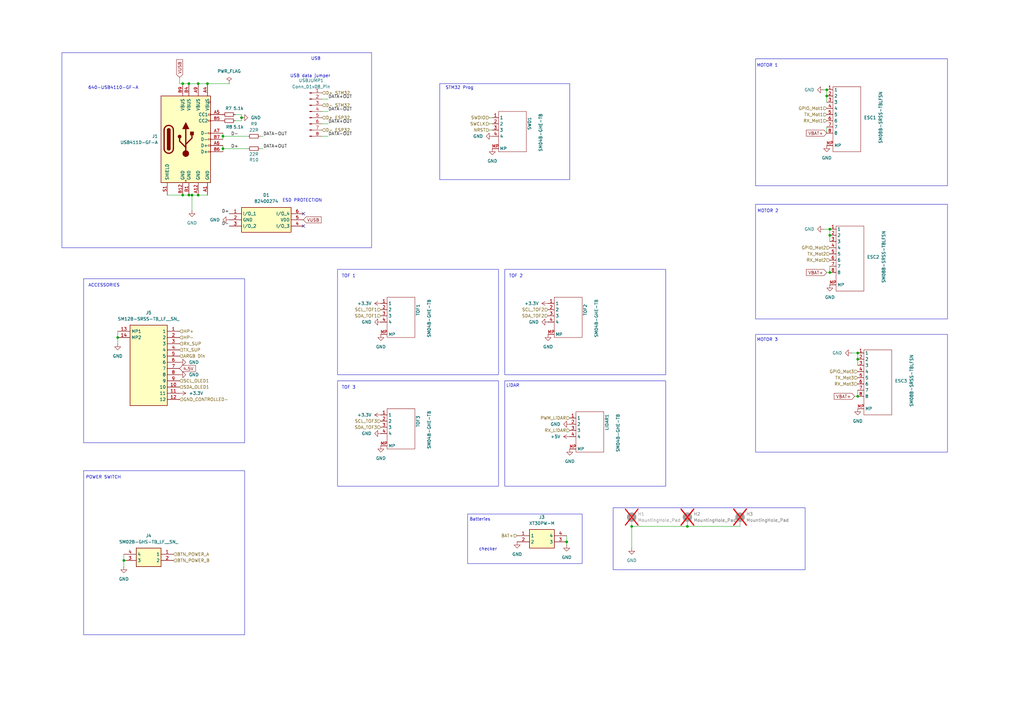
<source format=kicad_sch>
(kicad_sch (version 20250114) (generator "eeschema") (generator_version "9.0")
  (paper "A3")
  (lib_symbols
    (symbol "Connector:Conn_01x08_Pin" (pin_names (offset 1.016) (hide yes))
      (property "Reference" "J" (at 0 10.16 0))
      (property "Value" "Conn_01x08_Pin" (at 0 -12.7 0))
      (symbol "Conn_01x08_Pin_1_1"
        (rectangle (start 0.8636 7.747) (end 0 7.493) (stroke (width 0.1524)) (fill (type outline)))
        (rectangle (start 0.8636 5.207) (end 0 4.953) (stroke (width 0.1524)) (fill (type outline)))
        (rectangle (start 0.8636 2.667) (end 0 2.413) (stroke (width 0.1524)) (fill (type outline)))
        (rectangle (start 0.8636 0.127) (end 0 -0.127) (stroke (width 0.1524)) (fill (type outline)))
        (rectangle (start 0.8636 -2.413) (end 0 -2.667) (stroke (width 0.1524)) (fill (type outline)))
        (rectangle (start 0.8636 -4.953) (end 0 -5.207) (stroke (width 0.1524)) (fill (type outline)))
        (rectangle (start 0.8636 -7.493) (end 0 -7.747) (stroke (width 0.1524)) (fill (type outline)))
        (rectangle (start 0.8636 -10.033) (end 0 -10.287) (stroke (width 0.1524)) (fill (type outline)))
        (polyline (pts (xy 1.27 7.62) (xy 0.8636 7.62)) (stroke (width 0.1524)))
        (polyline (pts (xy 1.27 5.08) (xy 0.8636 5.08)) (stroke (width 0.1524)))
        (polyline (pts (xy 1.27 2.54) (xy 0.8636 2.54)) (stroke (width 0.1524)))
        (polyline (pts (xy 1.27 0) (xy 0.8636 0)) (stroke (width 0.1524)))
        (polyline (pts (xy 1.27 -2.54) (xy 0.8636 -2.54)) (stroke (width 0.1524)))
        (polyline (pts (xy 1.27 -5.08) (xy 0.8636 -5.08)) (stroke (width 0.1524)))
        (polyline (pts (xy 1.27 -7.62) (xy 0.8636 -7.62)) (stroke (width 0.1524)))
        (polyline (pts (xy 1.27 -10.16) (xy 0.8636 -10.16)) (stroke (width 0.1524)))
        (pin passive line (at 5.08 7.62 180) (length 3.81) (name "Pin_1") (number "1"))
        (pin passive line (at 5.08 5.08 180) (length 3.81) (name "Pin_2") (number "2"))
        (pin passive line (at 5.08 2.54 180) (length 3.81) (name "Pin_3") (number "3"))
        (pin passive line (at 5.08 0 180) (length 3.81) (name "Pin_4") (number "4"))
        (pin passive line (at 5.08 -2.54 180) (length 3.81) (name "Pin_5") (number "5"))
        (pin passive line (at 5.08 -5.08 180) (length 3.81) (name "Pin_6") (number "6"))
        (pin passive line (at 5.08 -7.62 180) (length 3.81) (name "Pin_7") (number "7"))
        (pin passive line (at 5.08 -10.16 180) (length 3.81) (name "Pin_8") (number "8"))
      )
    )
    (symbol "Device:R_Small" (pin_numbers (hide yes)) (pin_names (offset 0.254) (hide yes))
      (property "Reference" "R" (at 0.762 0.508 0))
      (property "Value" "R_Small" (at 0.762 -1.016 0))
      (symbol "R_Small_0_1"
        (rectangle (start -0.762 1.778) (end 0.762 -1.778) (stroke (width 0.2032)))
      )
      (symbol "R_Small_1_1"
        (pin passive line (at 0 2.54 270) (length 0.762) (name "~") (number "1"))
        (pin passive line (at 0 -2.54 90) (length 0.762) (name "~") (number "2"))
      )
    )
    (symbol "Mechanical:MountingHole_Pad" (pin_numbers (hide yes)) (pin_names (offset 1.016) (hide yes)) (in_bom no)
      (property "Reference" "H" (at 0 6.35 0))
      (property "Value" "MountingHole_Pad" (at 0 4.445 0))
      (symbol "MountingHole_Pad_0_1"
        (circle (center 0 1.27) (radius 1.27) (stroke (width 1.27)))
      )
      (symbol "MountingHole_Pad_1_1"
        (pin input line (at 0 -2.54 90) (length 2.54) (name "1") (number "1"))
      )
    )
    (symbol "Vraielogousbcwurth:USB_C_Receptacle_USB2.0_14P" (pin_names (offset 1.016))
      (property "Reference" "J" (at 0.254 31.242 0))
      (property "Value" "USB_C_Receptacle_USB2.0_14P" (at 1.27 33.782 0))
      (symbol "USB_C_Receptacle_USB2.0_14P_0_0"
        (rectangle (start -0.254 -17.78) (end 0.254 -16.764))
        (rectangle (start 10.16 15.494) (end 9.144 14.986))
        (rectangle (start 10.16 10.414) (end 9.144 9.906))
        (rectangle (start 10.16 7.874) (end 9.144 7.366))
        (rectangle (start 10.16 2.794) (end 9.144 2.286))
        (rectangle (start 10.16 0.254) (end 9.144 -0.254))
        (rectangle (start 10.16 -2.286) (end 9.144 -2.794))
        (rectangle (start 10.16 -4.826) (end 9.144 -5.334))
      )
      (symbol "USB_C_Receptacle_USB2.0_14P_0_1"
        (rectangle (start -10.16 17.78) (end 10.16 -17.78) (stroke (width 0.254)) (fill (type background)))
        (polyline (pts (xy -8.89 -3.81) (xy -8.89 3.81)) (stroke (width 0.508)))
        (rectangle (start -7.62 -3.81) (end -6.35 3.81) (stroke (width 0.254)) (fill (type outline)))
        (arc (start -7.62 3.81) (mid -6.985 4.4423) (end -6.35 3.81) (stroke (width 0.254)))
        (arc (start -7.62 3.81) (mid -6.985 4.4423) (end -6.35 3.81) (stroke (width 0.254)) (fill (type outline)))
        (arc (start -8.89 3.81) (mid -6.985 5.7067) (end -5.08 3.81) (stroke (width 0.508)))
        (arc (start -5.08 -3.81) (mid -6.985 -5.7067) (end -8.89 -3.81) (stroke (width 0.508)))
        (arc (start -6.35 -3.81) (mid -6.985 -4.4423) (end -7.62 -3.81) (stroke (width 0.254)))
        (arc (start -6.35 -3.81) (mid -6.985 -4.4423) (end -7.62 -3.81) (stroke (width 0.254)) (fill (type outline)))
        (polyline (pts (xy -5.08 3.81) (xy -5.08 -3.81)) (stroke (width 0.508)))
        (circle (center -2.54 1.143) (radius 0.635) (stroke (width 0.254)) (fill (type outline)))
        (polyline (pts (xy -1.27 4.318) (xy 0 6.858) (xy 1.27 4.318) (xy -1.27 4.318)) (stroke (width 0.254)) (fill (type outline)))
        (polyline (pts (xy 0 -2.032) (xy 2.54 0.508) (xy 2.54 1.778)) (stroke (width 0.508)))
        (polyline (pts (xy 0 -3.302) (xy -2.54 -0.762) (xy -2.54 0.508)) (stroke (width 0.508)))
        (polyline (pts (xy 0 -5.842) (xy 0 4.318)) (stroke (width 0.508)))
        (circle (center 0 -5.842) (radius 1.27) (fill (type outline)))
        (rectangle (start 1.905 1.778) (end 3.175 3.048) (stroke (width 0.254)) (fill (type outline)))
      )
      (symbol "USB_C_Receptacle_USB2.0_14P_1_1"
        (pin passive line (at -7.62 -22.86 90) (length 5.08) (name "SHIELD") (number "S1"))
        (pin passive line (at -1.27 22.86 270) (length 5.08) (name "VBUS") (number "B9"))
        (pin passive line (at -1.27 -22.86 90) (length 5.08) (name "GND") (number "B12"))
        (pin passive line (at 1.27 22.86 270) (length 5.08) (name "VBUS") (number "B4"))
        (pin passive line (at 1.27 -22.86 90) (length 5.08) (name "GND") (number "B1"))
        (pin passive line (at 5.08 22.86 270) (length 5.08) (name "VBUS") (number "A9"))
        (pin passive line (at 5.08 -22.86 90) (length 5.08) (name "GND") (number "A12"))
        (pin passive line (at 8.89 22.86 270) (length 5.08) (name "VBUS") (number "A4"))
        (pin passive line (at 8.89 -22.86 90) (length 5.08) (name "GND") (number "A1"))
        (pin bidirectional line (at 15.24 10.16 180) (length 5.08) (name "CC1") (number "A5"))
        (pin bidirectional line (at 15.24 7.62 180) (length 5.08) (name "CC2") (number "B5"))
        (pin bidirectional line (at 15.24 2.54 180) (length 5.08) (name "D-") (number "A7"))
        (pin bidirectional line (at 15.24 0 180) (length 5.08) (name "D-") (number "B7"))
        (pin bidirectional line (at 15.24 -2.54 180) (length 5.08) (name "D+") (number "A6"))
        (pin bidirectional line (at 15.24 -5.08 180) (length 5.08) (name "D+") (number "B6"))
      )
    )
    (symbol "fc_h7:jst_4_pin"
      (property "Reference" "U" (at 0 0 0))
      (symbol "jst_4_pin_0_1"
        (rectangle (start -6.35 2.54) (end 5.08 -13.97))
      )
      (symbol "jst_4_pin_1_1"
        (pin free line (at -8.89 0 0) (length 2.54) (name "1") (number "1"))
        (pin free line (at -8.89 -2.54 0) (length 2.54) (name "2") (number "2"))
        (pin free line (at -8.89 -5.08 0) (length 2.54) (name "3") (number "3"))
        (pin free line (at -8.89 -7.62 0) (length 2.54) (name "4") (number "4"))
        (pin free line (at -8.89 -12.7 0) (length 2.54) (name "MP") (number "MP"))
      )
    )
    (symbol "fc_h7:jst_8_pin"
      (property "Reference" "U" (at 0 0 0))
      (symbol "jst_8_pin_0_1"
        (rectangle (start -6.35 7.62) (end 5.08 -19.05))
      )
      (symbol "jst_8_pin_1_1"
        (pin free line (at -8.89 6.35 0) (length 2.54) (name "1") (number "1"))
        (pin free line (at -8.89 3.81 0) (length 2.54) (name "2") (number "2"))
        (pin free line (at -8.89 1.27 0) (length 2.54) (name "3") (number "3"))
        (pin free line (at -8.89 -1.27 0) (length 2.54) (name "4") (number "4"))
        (pin free line (at -8.89 -3.81 0) (length 2.54) (name "5") (number "5"))
        (pin free line (at -8.89 -6.35 0) (length 2.54) (name "6") (number "6"))
        (pin free line (at -8.89 -8.89 0) (length 2.54) (name "7") (number "7"))
        (pin free line (at -8.89 -11.43 0) (length 2.54) (name "8") (number "8"))
        (pin free line (at -8.89 -16.51 0) (length 2.54) (name "MP") (number "MP"))
      )
    )
    (symbol "power:+3.3V" (power) (pin_numbers (hide yes)) (pin_names (offset 0) (hide yes))
      (property "Value" "+3.3V" (at 0 3.556 0))
      (symbol "+3.3V_0_1"
        (polyline (pts (xy -0.762 1.27) (xy 0 2.54)))
        (polyline (pts (xy 0 2.54) (xy 0.762 1.27)))
        (polyline (pts (xy 0 0) (xy 0 2.54)))
      )
      (symbol "+3.3V_1_1"
        (pin power_in line (at 0 0 90) (length 0) (name "~") (number "1"))
      )
    )
    (symbol "power:+5V" (power) (pin_numbers (hide yes)) (pin_names (offset 0) (hide yes))
      (property "Value" "+5V" (at 0 3.556 0))
      (symbol "+5V_0_1"
        (polyline (pts (xy -0.762 1.27) (xy 0 2.54)))
        (polyline (pts (xy 0 2.54) (xy 0.762 1.27)))
        (polyline (pts (xy 0 0) (xy 0 2.54)))
      )
      (symbol "+5V_1_1"
        (pin power_in line (at 0 0 90) (length 0) (name "~") (number "1"))
      )
    )
    (symbol "power:GND" (power) (pin_numbers (hide yes)) (pin_names (offset 0) (hide yes))
      (property "Value" "GND" (at 0 -3.81 0))
      (symbol "GND_0_1"
        (polyline (pts (xy 0 0) (xy 0 -1.27) (xy 1.27 -1.27) (xy 0 -2.54) (xy -1.27 -1.27) (xy 0 -1.27)))
      )
      (symbol "GND_1_1"
        (pin power_in line (at 0 0 270) (length 0) (name "~") (number "1"))
      )
    )
    (symbol "power:PWR_FLAG" (power) (pin_numbers (hide yes)) (pin_names (offset 0) (hide yes))
      (property "Value" "PWR_FLAG" (at 0 3.81 0))
      (symbol "PWR_FLAG_0_0"
        (pin power_out line (at 0 0 90) (length 0) (name "~") (number "1"))
      )
      (symbol "PWR_FLAG_0_1"
        (polyline (pts (xy 0 0) (xy 0 1.27) (xy -1.016 1.905) (xy 0 2.54) (xy 1.016 1.905) (xy 0 1.27)))
      )
    )
    (symbol "samacsys:82400274"
      (property "Reference" "D" (at 26.67 7.62 0))
      (property "Value" "82400274" (at 26.67 5.08 0))
      (symbol "82400274_1_1"
        (rectangle (start 5.08 2.54) (end 25.4 -7.62) (stroke (width 0.254)) (fill (type background)))
        (pin passive line (at 0 0 0) (length 5.08) (name "I/O_1") (number "1"))
        (pin passive line (at 0 -2.54 0) (length 5.08) (name "GND") (number "2"))
        (pin passive line (at 0 -5.08 0) (length 5.08) (name "I/O_2") (number "3"))
        (pin passive line (at 30.48 0 180) (length 5.08) (name "I/O_4") (number "6"))
        (pin passive line (at 30.48 -2.54 180) (length 5.08) (name "VDD") (number "5"))
        (pin passive line (at 30.48 -5.08 180) (length 5.08) (name "I/O_3") (number "4"))
      )
    )
    (symbol "samacsys:SM02B-GHS-TB_LF__SN_"
      (property "Reference" "J" (at 16.51 7.62 0))
      (property "Value" "SM02B-GHS-TB_LF__SN_" (at 16.51 5.08 0))
      (symbol "SM02B-GHS-TB_LF__SN__1_1"
        (rectangle (start 5.08 2.54) (end 15.24 -5.08) (stroke (width 0.254)) (fill (type background)))
        (pin passive line (at 0 0 0) (length 5.08) (name "4") (number "4"))
        (pin passive line (at 0 -2.54 0) (length 5.08) (name "3") (number "3"))
        (pin passive line (at 20.32 0 180) (length 5.08) (name "1") (number "1"))
        (pin passive line (at 20.32 -2.54 180) (length 5.08) (name "2") (number "2"))
      )
    )
    (symbol "samacsys:SM12B-SRSS-TB_LF__SN_"
      (property "Reference" "J" (at 21.59 7.62 0))
      (property "Value" "SM12B-SRSS-TB_LF__SN_" (at 21.59 5.08 0))
      (symbol "SM12B-SRSS-TB_LF__SN__1_1"
        (rectangle (start 5.08 2.54) (end 20.32 -30.48) (stroke (width 0.254)) (fill (type background)))
        (pin passive line (at 0 0 0) (length 5.08) (name "MP1") (number "13"))
        (pin passive line (at 0 -2.54 0) (length 5.08) (name "MP2") (number "14"))
        (pin passive line (at 25.4 0 180) (length 5.08) (name "1") (number "1"))
        (pin passive line (at 25.4 -2.54 180) (length 5.08) (name "2") (number "2"))
        (pin passive line (at 25.4 -5.08 180) (length 5.08) (name "3") (number "3"))
        (pin passive line (at 25.4 -7.62 180) (length 5.08) (name "4") (number "4"))
        (pin passive line (at 25.4 -10.16 180) (length 5.08) (name "5") (number "5"))
        (pin passive line (at 25.4 -12.7 180) (length 5.08) (name "6") (number "6"))
        (pin passive line (at 25.4 -15.24 180) (length 5.08) (name "7") (number "7"))
        (pin passive line (at 25.4 -17.78 180) (length 5.08) (name "8") (number "8"))
        (pin passive line (at 25.4 -20.32 180) (length 5.08) (name "9") (number "9"))
        (pin passive line (at 25.4 -22.86 180) (length 5.08) (name "10") (number "10"))
        (pin passive line (at 25.4 -25.4 180) (length 5.08) (name "11") (number "11"))
        (pin passive line (at 25.4 -27.94 180) (length 5.08) (name "12") (number "12"))
      )
    )
    (symbol "samacsys:XT30PW-M"
      (property "Reference" "J" (at 16.51 7.62 0))
      (property "Value" "XT30PW-M" (at 16.51 5.08 0))
      (symbol "XT30PW-M_1_1"
        (rectangle (start 5.08 2.54) (end 15.24 -5.08) (stroke (width 0.254)) (fill (type background)))
        (pin passive line (at 0 0 0) (length 5.08) (name "1") (number "1"))
        (pin passive line (at 0 -2.54 0) (length 5.08) (name "2") (number "2"))
        (pin passive line (at 20.32 0 180) (length 5.08) (name "4") (number "4"))
        (pin passive line (at 20.32 -2.54 180) (length 5.08) (name "3") (number "3"))
      )
    )
  )
  (rectangle (start 309.88 24.13) (end 388.62 76.2))
  (rectangle (start 138.43 156.21) (end 204.47 199.39))
  (rectangle (start 207.01 156.21) (end 273.05 199.39))
  (rectangle (start 34.29 114.3) (end 100.33 181.61))
  (rectangle (start 309.88 83.82) (end 388.62 130.81))
  (rectangle (start 207.01 110.49) (end 273.05 153.67))
  (rectangle (start 138.43 110.49) (end 204.47 153.67))
  (rectangle (start 25.4 21.59) (end 152.4 101.6))
  (rectangle (start 309.88 137.16) (end 388.62 185.42))
  (rectangle (start 180.34 34.29) (end 233.68 73.66))
  (rectangle (start 251.46 208.28) (end 330.2 233.68))
  (rectangle (start 34.29 193.04) (end 100.33 260.35))
  (rectangle (start 191.77 210.82) (end 238.76 231.14))
  (text "Batteries" (at 196.85 213.106 0) (effects (font (size 1.27 1.27))))
  (text "TOF 2" (at 211.582 113.284 0) (effects (font (size 1.27 1.27))))
  (text "POWER SWITCH\n" (at 42.418 195.834 0) (effects (font (size 1.27 1.27))))
  (text "LiDAR" (at 210.312 158.242 0) (effects (font (size 1.27 1.27))))
  (text "ACCESSORIES" (at 42.672 117.094 0) (effects (font (size 1.27 1.27))))
  (text "checker\n" (at 200.152 225.298 0) (effects (font (size 1.27 1.27))))
  (text "USB data jumper" (at 127.254 31.242 0) (effects (font (size 1.27 1.27))))
  (text "MOTOR 2\n" (at 314.96 86.614 0) (effects (font (size 1.27 1.27))))
  (text "MOTOR 3" (at 314.706 139.446 0) (effects (font (size 1.27 1.27))))
  (text "TOF 1" (at 143.002 113.284 0) (effects (font (size 1.27 1.27))))
  (text "640-USB4110-GF-A" (at 46.482 36.068 0) (effects (font (size 1.27 1.27))))
  (text "TOF 3" (at 143.002 159.004 0) (effects (font (size 1.27 1.27))))
  (text "STM32 Prog" (at 188.468 36.068 0) (effects (font (size 1.27 1.27))))
  (text "USB" (at 129.54 24.13 0) (effects (font (size 1.27 1.27))))
  (text "MOTOR 1" (at 314.706 26.924 0) (effects (font (size 1.27 1.27))))
  (text "ESD PROTECTION" (at 123.952 82.296 0) (effects (font (size 1.27 1.27))))
  (junction (at 340.36 93.98))
  (junction (at 259.08 215.9))
  (junction (at 48.26 138.43))
  (junction (at 81.28 34.29))
  (junction (at 78.74 80.01))
  (junction (at 351.79 147.32))
  (junction (at 77.47 80.01))
  (junction (at 50.8 229.87))
  (junction (at 351.79 162.56))
  (junction (at 91.44 60.96))
  (junction (at 232.41 222.25))
  (junction (at 351.79 144.78))
  (junction (at 85.09 34.29))
  (junction (at 81.28 80.01))
  (junction (at 340.36 96.52))
  (junction (at 339.09 39.37))
  (junction (at 74.93 34.29))
  (junction (at 340.36 111.76))
  (junction (at 77.47 34.29))
  (junction (at 281.94 215.9))
  (junction (at 74.93 80.01))
  (junction (at 91.44 55.88))
  (junction (at 339.09 36.83))
  (junction (at 99.06 48.26))
  (no_connect (at 124.46 92.71))
  (no_connect (at 124.46 87.63))
  (wire (pts (xy 200.66 53.34) (xy 201.93 53.34)))
  (wire (pts (xy 337.82 36.83) (xy 339.09 36.83)))
  (wire (pts (xy 48.26 138.43) (xy 48.26 140.97)))
  (wire (pts (xy 50.8 229.87) (xy 50.8 232.41)))
  (wire (pts (xy 232.41 222.25) (xy 232.41 223.52)))
  (wire (pts (xy 232.41 219.71) (xy 232.41 222.25)))
  (wire (pts (xy 351.79 144.78) (xy 351.79 147.32)))
  (wire (pts (xy 337.82 93.98) (xy 340.36 93.98)))
  (wire (pts (xy 99.06 46.99) (xy 99.06 48.26)))
  (wire (pts (xy 81.28 80.01) (xy 85.09 80.01)))
  (wire (pts (xy 339.09 39.37) (xy 339.09 41.91)))
  (wire (pts (xy 74.93 80.01) (xy 77.47 80.01)))
  (wire (pts (xy 73.66 31.75) (xy 73.66 34.29)))
  (wire (pts (xy 50.8 227.33) (xy 50.8 229.87)))
  (wire (pts (xy 134.62 40.64) (xy 132.08 40.64)))
  (wire (pts (xy 91.44 60.96) (xy 101.6 60.96)))
  (wire (pts (xy 351.79 160.02) (xy 351.79 162.56)))
  (wire (pts (xy 91.44 60.96) (xy 91.44 62.23)))
  (wire (pts (xy 350.52 162.56) (xy 351.79 162.56)))
  (wire (pts (xy 77.47 34.29) (xy 81.28 34.29)))
  (wire (pts (xy 351.79 147.32) (xy 351.79 149.86)))
  (wire (pts (xy 134.62 50.8) (xy 132.08 50.8)))
  (wire (pts (xy 91.44 55.88) (xy 101.6 55.88)))
  (wire (pts (xy 339.09 111.76) (xy 340.36 111.76)))
  (wire (pts (xy 73.66 34.29) (xy 74.93 34.29)))
  (wire (pts (xy 281.94 215.9) (xy 259.08 215.9)))
  (wire (pts (xy 134.62 55.88) (xy 132.08 55.88)))
  (wire (pts (xy 81.28 34.29) (xy 85.09 34.29)))
  (wire (pts (xy 340.36 109.22) (xy 340.36 111.76)))
  (wire (pts (xy 85.09 34.29) (xy 93.98 34.29)))
  (wire (pts (xy 96.52 46.99) (xy 99.06 46.99)))
  (wire (pts (xy 339.09 52.07) (xy 339.09 54.61)))
  (wire (pts (xy 303.53 215.9) (xy 281.94 215.9)))
  (wire (pts (xy 340.36 93.98) (xy 340.36 96.52)))
  (wire (pts (xy 91.44 55.88) (xy 91.44 57.15)))
  (wire (pts (xy 78.74 80.01) (xy 78.74 86.36)))
  (wire (pts (xy 48.26 135.89) (xy 48.26 138.43)))
  (wire (pts (xy 91.44 59.69) (xy 91.44 60.96)))
  (wire (pts (xy 200.66 50.8) (xy 201.93 50.8)))
  (wire (pts (xy 68.58 80.01) (xy 74.93 80.01)))
  (wire (pts (xy 339.09 36.83) (xy 339.09 39.37)))
  (wire (pts (xy 99.06 49.53) (xy 99.06 48.26)))
  (wire (pts (xy 340.36 96.52) (xy 340.36 99.06)))
  (wire (pts (xy 78.74 80.01) (xy 81.28 80.01)))
  (wire (pts (xy 107.95 55.88) (xy 106.68 55.88)))
  (wire (pts (xy 200.66 48.26) (xy 201.93 48.26)))
  (wire (pts (xy 77.47 80.01) (xy 78.74 80.01)))
  (wire (pts (xy 259.08 215.9) (xy 259.08 224.79)))
  (wire (pts (xy 134.62 45.72) (xy 132.08 45.72)))
  (wire (pts (xy 74.93 34.29) (xy 77.47 34.29)))
  (wire (pts (xy 107.95 60.96) (xy 106.68 60.96)))
  (wire (pts (xy 349.25 144.78) (xy 351.79 144.78)))
  (wire (pts (xy 96.52 49.53) (xy 99.06 49.53)))
  (wire (pts (xy 91.44 54.61) (xy 91.44 55.88)))
  (label "DATA-OUT" (at 107.95 55.88 0))
  (label "DATA+OUT" (at 134.62 50.8 0))
  (label "DATA-OUT" (at 134.62 55.88 0))
  (label "D+" (at 97.79 60.96 180))
  (label "D+" (at 93.98 87.63 180))
  (label "DATA+OUT" (at 134.62 40.64 0))
  (label "DATA+OUT" (at 107.95 60.96 0))
  (label "D-" (at 93.98 92.71 180))
  (label "DATA-OUT" (at 134.62 45.72 0))
  (label "D-" (at 97.79 55.88 180))
  (global_label "VUSB" (shape input) (at 73.66 31.75 90) (property "Intersheetrefs" "${INTERSHEET_REFS}" (effects (hide yes))))
  (global_label "VBAT+" (shape input) (at 339.09 111.76 180) (property "Intersheetrefs" "${INTERSHEET_REFS}" (effects (hide yes))))
  (global_label "4.5V" (shape input) (at 73.66 151.13 0) (property "Intersheetrefs" "${INTERSHEET_REFS}" (effects (hide yes))))
  (global_label "VBAT+" (shape input) (at 339.09 54.61 180) (property "Intersheetrefs" "${INTERSHEET_REFS}" (effects (hide yes))))
  (global_label "VUSB" (shape input) (at 124.46 90.17 0) (property "Intersheetrefs" "${INTERSHEET_REFS}" (effects (hide yes))))
  (global_label "VBAT+" (shape input) (at 350.52 162.56 180) (property "Intersheetrefs" "${INTERSHEET_REFS}" (effects (hide yes))))
  (hierarchical_label "RX_SUP" (shape input) (at 73.66 140.97 0))
  (hierarchical_label "SWCLK" (shape input) (at 200.66 50.8 180))
  (hierarchical_label "GPIO_Mot1" (shape input) (at 339.09 44.45 180))
  (hierarchical_label "SCL_OLED1" (shape input) (at 73.66 156.21 0))
  (hierarchical_label "GPIO_Mot2" (shape input) (at 340.36 101.6 180))
  (hierarchical_label "PWM_LiDAR" (shape input) (at 233.68 171.45 180))
  (hierarchical_label "SCL_TOF1" (shape input) (at 156.21 127 180))
  (hierarchical_label "SDA_TOF2" (shape input) (at 224.79 129.54 180))
  (hierarchical_label "D+ STM32" (shape input) (at 132.08 38.1 0))
  (hierarchical_label "BTN_POWER_A" (shape input) (at 71.12 227.33 0))
  (hierarchical_label "SCL_TOF2" (shape input) (at 224.79 127 180))
  (hierarchical_label "D+ ESP32" (shape input) (at 132.08 48.26 0))
  (hierarchical_label "SWDIO" (shape input) (at 200.66 48.26 180))
  (hierarchical_label "HP+" (shape input) (at 73.66 135.89 0))
  (hierarchical_label "RX_Mot3" (shape input) (at 351.79 157.48 180))
  (hierarchical_label "RX_Mot1" (shape input) (at 339.09 49.53 180))
  (hierarchical_label "SDA_TOF1" (shape input) (at 156.21 129.54 180))
  (hierarchical_label "NRST" (shape input) (at 200.66 53.34 180))
  (hierarchical_label "GND_CONTROLLED-" (shape input) (at 73.66 163.83 0))
  (hierarchical_label "RX_LiDAR" (shape input) (at 233.68 176.53 180))
  (hierarchical_label "ARGB Din" (shape input) (at 73.66 146.05 0))
  (hierarchical_label "D- ESP32" (shape input) (at 132.08 53.34 0))
  (hierarchical_label "BAT+" (shape input) (at 212.09 219.71 180))
  (hierarchical_label "GPIO_Mot3" (shape input) (at 351.79 152.4 180))
  (hierarchical_label "RX_Mot2" (shape input) (at 340.36 106.68 180))
  (hierarchical_label "TX_Mot2" (shape input) (at 340.36 104.14 180))
  (hierarchical_label "D- STM32" (shape input) (at 132.08 43.18 0))
  (hierarchical_label "SDA_OLED1" (shape input) (at 73.66 158.75 0))
  (hierarchical_label "HP-" (shape input) (at 73.66 138.43 0))
  (hierarchical_label "TX_Mot3" (shape input) (at 351.79 154.94 180))
  (hierarchical_label "TX_SUP" (shape input) (at 73.66 143.51 0))
  (hierarchical_label "SDA_TOF3" (shape input) (at 156.21 175.26 180))
  (hierarchical_label "SCL_TOF3" (shape input) (at 156.21 172.72 180))
  (hierarchical_label "BTN_POWER_B" (shape input) (at 71.12 229.87 0))
  (hierarchical_label "TX_Mot1" (shape input) (at 339.09 46.99 180))
  (symbol (lib_id "power:GND") (at 78.74 86.36 0) (unit 1)
    (property "Reference" "#PWR016" (effects (hide yes)))
    (property "Value" "GND" (at 78.74 91.44 0))
    (property "Description" "Power symbol creates a global label with name \"GND\" , ground" (effects (hide yes)))
  )
  (symbol (lib_id "power:GND") (at 233.68 184.15 0) (unit 1)
    (property "Reference" "#PWR079" (effects (hide yes)))
    (property "Value" "GND" (at 233.68 189.23 0))
    (property "Description" "Power symbol creates a global label with name \"GND\" , ground" (effects (hide yes)))
  )
  (symbol (lib_id "power:GND") (at 224.79 137.16 0) (unit 1)
    (property "Reference" "#PWR091" (effects (hide yes)))
    (property "Value" "GND" (at 224.79 142.24 0))
    (property "Description" "Power symbol creates a global label with name \"GND\" , ground" (effects (hide yes)))
  )
  (symbol (lib_id "Connector:Conn_01x08_Pin") (at 127 45.72 0) (unit 1)
    (property "Reference" "USBJUMP1" (at 127.635 33.02 0))
    (property "Value" "Conn_01x08_Pin" (at 127.635 35.56 0))
    (property "Footprint" "Connector_PinHeader_1.00mm:PinHeader_2x04_P1.00mm_Vertical_SMD" (effects (hide yes)))
    (property "Description" "Generic connector, single row, 01x08, script generated" (effects (hide yes)))
  )
  (symbol (lib_id "samacsys:SM02B-GHS-TB_LF__SN_") (at 50.8 227.33 0) (unit 1)
    (property "Reference" "J4" (at 60.96 219.71 0))
    (property "Value" "SM02B-GHS-TB_LF__SN_" (at 60.96 222.25 0))
    (property "Footprint" "samacsys:SM02BGHSTBLFSN" (effects (hide yes)))
    (property "Datasheet" "https://datasheet.datasheetarchive.com/originals/distributors/Datasheets_SAMA/e4ef010dc292ea31091454f6c0afb63a.pdf" (effects (hide yes)))
    (property "Description" "GH 1.25mm header side entry 2 way JST GH Series, 1.25mm Pitch 2 Way Shrouded Right Angle PCB Header, Surface Mount, Solder Termination" (effects (hide yes)))
    (property "Height" "4.25" (effects (hide yes)))
    (property "Manufacturer_Name" "JST (JAPAN SOLDERLESS TERMINALS)" (effects (hide yes)))
    (property "Manufacturer_Part_Number" "SM02B-GHS-TB(LF)(SN)" (effects (hide yes)))
    (property "Mouser Part Number" "306-SM02BGHSTBLFSN" (effects (hide yes)))
    (property "Mouser Price/Stock" "https://www.mouser.co.uk/ProductDetail/JST-Commercial/SM02B-GHS-TBLFSN?qs=cdbOS8ANM9D2X2Ddb5%2Fjdw%3D%3D" (effects (hide yes)))
    (property "Arrow Part Number" "SM02B-GHS-TB(LF)(SN)" (effects (hide yes)))
    (property "Arrow Price/Stock" "https://www.arrow.com/en/products/sm02b-ghs-tb-lf-sn/jst-manufacturing?region=europe" (effects (hide yes)))
  )
  (symbol (lib_id "power:+3.3V") (at 156.21 124.46 90) (unit 1)
    (property "Reference" "#PWR077" (effects (hide yes)))
    (property "Value" "+3.3V" (at 152.4 124.4599 90) (effects (justify left)))
    (property "Description" "Power symbol creates a global label with name \"+3.3V\"" (effects (hide yes)))
  )
  (symbol (lib_id "fc_h7:jst_4_pin") (at 165.1 170.18 0) (unit 1)
    (property "Reference" "TOF3" (at 171.45 175.2599 90) (effects (justify left)))
    (property "Value" "SM04B-GHE-TB" (at 176.022 184.15 90) (effects (justify left)))
    (property "Footprint" "Connector_JST:JST_GH_BM04B-GHS-TBT_1x04-1MP_P1.25mm_Vertical" (effects (hide yes)))
    (property "Manufacturer_Name" "JST" (effects (hide yes)))
    (property "Manufacturer_Part_Number" "SM04B-GHE-TB" (effects (hide yes)))
    (property "Mouser Part Number" " 306-SM04BGHETBLFSN" (effects (hide yes)))
  )
  (symbol (lib_id "power:GND") (at 156.21 132.08 270) (unit 1)
    (property "Reference" "#PWR084" (effects (hide yes)))
    (property "Value" "GND" (at 152.4 132.0799 90) (effects (justify right)))
    (property "Description" "Power symbol creates a global label with name \"GND\" , ground" (effects (hide yes)))
  )
  (symbol (lib_id "power:GND") (at 232.41 223.52 0) (unit 1)
    (property "Reference" "#PWR075" (effects (hide yes)))
    (property "Value" "GND" (at 232.41 228.6 0))
    (property "Description" "Power symbol creates a global label with name \"GND\" , ground" (effects (hide yes)))
  )
  (symbol (lib_id "samacsys:82400274") (at 93.98 87.63 0) (unit 1)
    (property "Reference" "D1" (at 109.22 80.01 0))
    (property "Value" "82400274" (at 109.22 82.55 0))
    (property "Footprint" "samacsys:SOT65P210X110-6N" (effects (hide yes)))
    (property "Datasheet" "https://katalog.we-online.com/pbs/datasheet/82400274.pdf" (effects (hide yes)))
    (property "Description" "TVS Diode Array WE-TVS 4-Ch+VDD 5V SC70 Wurth Elektronik 82400274, Quad Uni-Directional TVS Diode Array, 6-Pin SC-70" (effects (hide yes)))
    (property "Height" "1.1" (effects (hide yes)))
    (property "Mouser Part Number" "710-82400274" (effects (hide yes)))
    (property "Mouser Price/Stock" "https://www.mouser.co.uk/ProductDetail/Wurth-Elektronik/82400274?qs=2kOmHSv6VfQD871MY%252BLLLQ%3D%3D" (effects (hide yes)))
    (property "Manufacturer_Name" "Wurth Elektronik" (effects (hide yes)))
    (property "Manufacturer_Part_Number" "82400274" (effects (hide yes)))
  )
  (symbol (lib_id "power:GND") (at 156.21 137.16 0) (unit 1)
    (property "Reference" "#PWR085" (effects (hide yes)))
    (property "Value" "GND" (at 156.21 142.24 0))
    (property "Description" "Power symbol creates a global label with name \"GND\" , ground" (effects (hide yes)))
  )
  (symbol (lib_id "power:GND") (at 50.8 232.41 0) (unit 1)
    (property "Reference" "#PWR086" (effects (hide yes)))
    (property "Value" "GND" (at 50.8 237.49 0))
    (property "Description" "Power symbol creates a global label with name \"GND\" , ground" (effects (hide yes)))
  )
  (symbol (lib_id "samacsys:SM12B-SRSS-TB_LF__SN_") (at 48.26 135.89 0) (unit 1)
    (property "Reference" "J5" (at 60.96 128.27 0))
    (property "Value" "SM12B-SRSS-TB_LF__SN_" (at 60.96 130.81 0))
    (property "Footprint" "samacsys:SM12BSRSSTBLFSN" (effects (hide yes)))
    (property "Datasheet" "https://www.jst-mfg.com/product/pdf/eng/eSH.pdf?67c6d96c290cd" (effects (hide yes)))
    (property "Description" "Connector Header Surface Mount, Right Angle 12 position 0.039\" (1.00mm)" (effects (hide yes)))
    (property "Height" "2.95" (effects (hide yes)))
    (property "Manufacturer_Name" "JST (JAPAN SOLDERLESS TERMINALS)" (effects (hide yes)))
    (property "Manufacturer_Part_Number" "SM12B-SRSS-TB(LF)(SN)" (effects (hide yes)))
    (property "Mouser Part Number" "N/A" (effects (hide yes)))
    (property "Mouser Price/Stock" "https://www.mouser.co.uk/ProductDetail/JST-Commercial/SM12B-SRSS-TBLFSN?qs=QpmGXVUTftGbMQGOEOOssg%3D%3D" (effects (hide yes)))
    (property "Arrow Part Number" "SM12B-SRSS-TB(LF)(SN)" (effects (hide yes)))
    (property "Arrow Price/Stock" "https://www.arrow.com/en/products/sm12b-srss-tb-lf-sn/jst-manufacturing?utm_currency=USD&region=europe" (effects (hide yes)))
  )
  (symbol (lib_id "fc_h7:jst_4_pin") (at 165.1 124.46 0) (unit 1)
    (property "Reference" "TOF1" (at 171.45 129.5399 90) (effects (justify left)))
    (property "Value" "SM04B-GHE-TB" (at 176.022 138.43 90) (effects (justify left)))
    (property "Footprint" "Connector_JST:JST_GH_BM04B-GHS-TBT_1x04-1MP_P1.25mm_Vertical" (effects (hide yes)))
    (property "Manufacturer_Name" "JST" (effects (hide yes)))
    (property "Manufacturer_Part_Number" "SM04B-GHE-TB" (effects (hide yes)))
    (property "Mouser Part Number" " 306-SM04BGHETBLFSN" (effects (hide yes)))
  )
  (symbol (lib_id "power:GND") (at 156.21 177.8 270) (unit 1)
    (property "Reference" "#PWR087" (effects (hide yes)))
    (property "Value" "GND" (at 152.4 177.7999 90) (effects (justify right)))
    (property "Description" "Power symbol creates a global label with name \"GND\" , ground" (effects (hide yes)))
  )
  (symbol (lib_id "power:GND") (at 99.06 48.26 90) (unit 1)
    (property "Reference" "#PWR018" (effects (hide yes)))
    (property "Value" "GND" (at 102.87 48.2599 90) (effects (justify right)))
    (property "Description" "Power symbol creates a global label with name \"GND\" , ground" (effects (hide yes)))
  )
  (symbol (lib_id "power:GND") (at 73.66 148.59 90) (mirror x) (unit 1)
    (property "Reference" "#PWR0105" (effects (hide yes)))
    (property "Value" "GND" (at 77.47 148.5899 90) (effects (justify right)))
    (property "Description" "Power symbol creates a global label with name \"GND\" , ground" (effects (hide yes)))
  )
  (symbol (lib_id "power:GND") (at 259.08 224.79 0) (unit 1)
    (property "Reference" "#PWR060" (effects (hide yes)))
    (property "Value" "GND" (at 259.08 229.87 0))
    (property "Description" "Power symbol creates a global label with name \"GND\" , ground" (effects (hide yes)))
  )
  (symbol (lib_id "power:GND") (at 340.36 116.84 0) (unit 1)
    (property "Reference" "#PWR066" (effects (hide yes)))
    (property "Value" "GND" (at 340.36 121.92 0))
    (property "Description" "Power symbol creates a global label with name \"GND\" , ground" (effects (hide yes)))
  )
  (symbol (lib_id "Vraielogousbcwurth:USB_C_Receptacle_USB2.0_14P") (at 76.2 57.15 0) (unit 1)
    (property "Reference" "J1" (at 64.77 55.8799 0) (effects (justify right)))
    (property "Value" "USB4110-GF-A" (at 64.77 58.4199 0) (effects (justify right)))
    (property "Footprint" "Connector_USB:USB_C_Receptacle_GCT_USB4110" (effects (hide yes)))
    (property "Datasheet" "https://www.usb.org/sites/default/files/documents/usb_type-c.zip" (effects (hide yes)))
    (property "Description" "USB 2.0-only 14P Type-C Receptacle connector" (effects (hide yes)))
    (property "Manufacturer_Name" "GCT" (effects (hide yes)))
    (property "Manufacturer_Part_Number" "USB4110-GF-A" (effects (hide yes)))
    (property "Mouser Part Number" "640-USB4110-GF-A" (effects (hide yes)))
  )
  (symbol (lib_id "fc_h7:jst_4_pin") (at 242.57 171.45 0) (unit 1)
    (property "Reference" "LIDAR1" (at 248.92 176.5299 90) (effects (justify left)))
    (property "Value" "SM04B-GHE-TB" (at 253.492 185.42 90) (effects (justify left)))
    (property "Footprint" "Connector_JST:JST_GH_BM04B-GHS-TBT_1x04-1MP_P1.25mm_Vertical" (effects (hide yes)))
    (property "Manufacturer_Name" "JST" (effects (hide yes)))
    (property "Manufacturer_Part_Number" "SM04B-GHE-TB" (effects (hide yes)))
    (property "Mouser Part Number" " 306-SM04BGHETBLFSN" (effects (hide yes)))
  )
  (symbol (lib_id "power:GND") (at 339.09 59.69 0) (unit 1)
    (property "Reference" "#PWR065" (effects (hide yes)))
    (property "Value" "GND" (at 339.09 64.77 0))
    (property "Description" "Power symbol creates a global label with name \"GND\" , ground" (effects (hide yes)))
  )
  (symbol (lib_id "power:+5V") (at 233.68 179.07 90) (unit 1)
    (property "Reference" "#PWR078" (effects (hide yes)))
    (property "Value" "+5V" (at 229.87 179.0699 90) (effects (justify left)))
    (property "Description" "Power symbol creates a global label with name \"+5V\"" (effects (hide yes)))
  )
  (symbol (lib_id "power:+3.3V") (at 73.66 161.29 270) (mirror x) (unit 1)
    (property "Reference" "#PWR064" (effects (hide yes)))
    (property "Value" "+3.3V" (at 77.47 161.2899 90) (effects (justify left)))
    (property "Description" "Power symbol creates a global label with name \"+3.3V\"" (effects (hide yes)))
  )
  (symbol (lib_id "power:GND") (at 156.21 182.88 0) (unit 1)
    (property "Reference" "#PWR088" (effects (hide yes)))
    (property "Value" "GND" (at 156.21 187.96 0))
    (property "Description" "Power symbol creates a global label with name \"GND\" , ground" (effects (hide yes)))
  )
  (symbol (lib_id "power:GND") (at 337.82 93.98 270) (unit 1)
    (property "Reference" "#PWR072" (effects (hide yes)))
    (property "Value" "GND" (at 334.01 93.9799 90) (effects (justify right)))
    (property "Description" "Power symbol creates a global label with name \"GND\" , ground" (effects (hide yes)))
  )
  (symbol (lib_id "Device:R_Small") (at 104.14 60.96 90) (unit 1)
    (property "Reference" "R10" (at 104.14 65.532 90))
    (property "Value" "22R" (at 104.14 63.246 90))
    (property "Footprint" "Resistor_SMD:R_0201_0603Metric" (effects (hide yes)))
    (property "Description" "Resistor, small symbol" (effects (hide yes)))
    (property "Manufacturer_Part_Number" "ERJ-1GNF22R0C" (effects (hide yes)))
    (property "Manufacturer_Name" "Panasonic" (effects (hide yes)))
    (property "Mouser Part Number" "667-ERJ-1GNF22R0C" (effects (hide yes)))
  )
  (symbol (lib_id "power:GND") (at 337.82 36.83 270) (unit 1)
    (property "Reference" "#PWR071" (effects (hide yes)))
    (property "Value" "GND" (at 334.01 36.8299 90) (effects (justify right)))
    (property "Description" "Power symbol creates a global label with name \"GND\" , ground" (effects (hide yes)))
  )
  (symbol (lib_id "power:GND") (at 351.79 167.64 0) (unit 1)
    (property "Reference" "#PWR067" (effects (hide yes)))
    (property "Value" "GND" (at 351.79 172.72 0))
    (property "Description" "Power symbol creates a global label with name \"GND\" , ground" (effects (hide yes)))
  )
  (symbol (lib_id "Mechanical:MountingHole_Pad") (at 259.08 213.36 0) (unit 1) (in_bom no) (dnp yes)
    (property "Reference" "H1" (at 261.62 210.8199 0) (effects (justify left)))
    (property "Value" "MountingHole_Pad" (at 261.62 213.3599 0) (effects (justify left)))
    (property "Footprint" "MountingHole:MountingHole_2.5mm_Pad_Via" (effects (hide yes)))
    (property "Description" "Mounting Hole with connection" (effects (hide yes)))
  )
  (symbol (lib_id "power:GND") (at 48.26 140.97 0) (unit 1)
    (property "Reference" "#PWR089" (effects (hide yes)))
    (property "Value" "GND" (at 48.26 146.05 0))
    (property "Description" "Power symbol creates a global label with name \"GND\" , ground" (effects (hide yes)))
  )
  (symbol (lib_id "power:GND") (at 349.25 144.78 270) (unit 1)
    (property "Reference" "#PWR073" (effects (hide yes)))
    (property "Value" "GND" (at 345.44 144.7799 90) (effects (justify right)))
    (property "Description" "Power symbol creates a global label with name \"GND\" , ground" (effects (hide yes)))
  )
  (symbol (lib_id "Mechanical:MountingHole_Pad") (at 281.94 213.36 0) (unit 1) (in_bom no) (dnp yes)
    (property "Reference" "H2" (at 284.48 210.8199 0) (effects (justify left)))
    (property "Value" "MountingHole_Pad" (at 284.48 213.3599 0) (effects (justify left)))
    (property "Footprint" "MountingHole:MountingHole_2.5mm_Pad_Via" (effects (hide yes)))
    (property "Description" "Mounting Hole with connection" (effects (hide yes)))
  )
  (symbol (lib_id "fc_h7:jst_4_pin") (at 210.82 48.26 0) (unit 1)
    (property "Reference" "SWD1" (at 217.17 53.3399 90) (effects (justify left)))
    (property "Value" "SM04B-GHE-TB" (at 221.742 62.23 90) (effects (justify left)))
    (property "Footprint" "Connector_JST:JST_GH_SM04B-GHS-TB_1x04-1MP_P1.25mm_Horizontal" (effects (hide yes)))
    (property "Manufacturer_Name" "JST" (effects (hide yes)))
    (property "Manufacturer_Part_Number" "SM04B-GHE-TB" (effects (hide yes)))
    (property "Mouser Part Number" " 306-SM04BGHETBLFSN" (effects (hide yes)))
  )
  (symbol (lib_id "power:GND") (at 233.68 173.99 270) (unit 1)
    (property "Reference" "#PWR080" (effects (hide yes)))
    (property "Value" "GND" (at 229.87 173.9899 90) (effects (justify right)))
    (property "Description" "Power symbol creates a global label with name \"GND\" , ground" (effects (hide yes)))
  )
  (symbol (lib_id "power:+3.3V") (at 156.21 170.18 90) (unit 1)
    (property "Reference" "#PWR083" (effects (hide yes)))
    (property "Value" "+3.3V" (at 152.4 170.1799 90) (effects (justify left)))
    (property "Description" "Power symbol creates a global label with name \"+3.3V\"" (effects (hide yes)))
  )
  (symbol (lib_id "Device:R_Small") (at 93.98 49.53 90) (unit 1)
    (property "Reference" "R8" (at 93.98 52.07 90))
    (property "Value" "5.1k" (at 97.79 52.07 90))
    (property "Footprint" "samacsys:R_0201_custom" (effects (hide yes)))
    (property "Description" "Resistor, small symbol" (effects (hide yes)))
    (property "Manufacturer_Part_Number" "ERJ-1GNF5101C" (effects (hide yes)))
    (property "Mouser Part Number" "667-ERJ-1GNF5101C" (effects (hide yes)))
    (property "Manufacturer_Name" "Panasonic" (effects (hide yes)))
  )
  (symbol (lib_id "Mechanical:MountingHole_Pad") (at 303.53 213.36 0) (unit 1) (in_bom no) (dnp yes)
    (property "Reference" "H3" (at 306.07 210.8199 0) (effects (justify left)))
    (property "Value" "MountingHole_Pad" (at 306.07 213.3599 0) (effects (justify left)))
    (property "Footprint" "MountingHole:MountingHole_2.5mm_Pad_Via" (effects (hide yes)))
    (property "Description" "Mounting Hole with connection" (effects (hide yes)))
  )
  (symbol (lib_id "Device:R_Small") (at 93.98 46.99 90) (unit 1)
    (property "Reference" "R7" (at 93.726 44.45 90))
    (property "Value" "5.1k" (at 97.79 44.45 90))
    (property "Footprint" "samacsys:R_0201_custom" (effects (hide yes)))
    (property "Description" "Resistor, small symbol" (effects (hide yes)))
    (property "Manufacturer_Part_Number" "ERJ-1GNF5101C" (effects (hide yes)))
    (property "Mouser Part Number" "667-ERJ-1GNF5101C" (effects (hide yes)))
    (property "Manufacturer_Name" "Panasonic" (effects (hide yes)))
  )
  (symbol (lib_id "fc_h7:jst_8_pin") (at 349.25 100.33 0) (unit 1)
    (property "Reference" "ESC2" (at 355.6 105.4099 0) (effects (justify left)))
    (property "Value" "SM08B-SRSS-TBLFSN" (at 362.458 116.078 90) (effects (justify left)))
    (property "Footprint" "Connector_JST:JST_SHL_SM08B-SHLS-TF_1x08-1MP_P1.00mm_Horizontal" (effects (hide yes)))
    (property "Manufacturer_Name" "JST" (effects (hide yes)))
    (property "Manufacturer_Part_Number" "SM08B-SRSS-TBLFSN" (effects (hide yes)))
    (property "Mouser Part Number" " 306-SM08BSRSSTBLFSN" (effects (hide yes)))
  )
  (symbol (lib_id "samacsys:XT30PW-M") (at 212.09 219.71 0) (unit 1)
    (property "Reference" "J3" (at 222.25 212.09 0))
    (property "Value" "XT30PW-M" (at 222.25 214.63 0))
    (property "Footprint" "samacsys:XT30PWM" (effects (hide yes)))
    (property "Datasheet" "https://www.tme.eu/sl/Document/ce4077e36b79046da520ca73227e15de/XT30PW%20SPEC.pdf" (effects (hide yes)))
    (property "Description" "30A Low Temperature Rise Fire Retardant Plug" (effects (hide yes)))
    (property "Height" "5" (effects (hide yes)))
    (property "Manufacturer_Name" "Amass" (effects (hide yes)))
    (property "Manufacturer_Part_Number" "XT30PW-M" (effects (hide yes)))
  )
  (symbol (lib_id "fc_h7:jst_8_pin") (at 347.98 43.18 0) (unit 1)
    (property "Reference" "ESC1" (at 354.33 48.2599 0) (effects (justify left)))
    (property "Value" "SM08B-SRSS-TBLFSN" (at 361.188 58.928 90) (effects (justify left)))
    (property "Footprint" "Connector_JST:JST_SHL_SM08B-SHLS-TF_1x08-1MP_P1.00mm_Horizontal" (effects (hide yes)))
    (property "Manufacturer_Name" "JST" (effects (hide yes)))
    (property "Manufacturer_Part_Number" "SM08B-SRSS-TBLFSN" (effects (hide yes)))
    (property "Mouser Part Number" " 306-SM08BSRSSTBLFSN" (effects (hide yes)))
  )
  (symbol (lib_id "power:GND") (at 212.09 222.25 0) (unit 1)
    (property "Reference" "#PWR070" (effects (hide yes)))
    (property "Value" "GND" (at 212.09 227.33 0))
    (property "Description" "Power symbol creates a global label with name \"GND\" , ground" (effects (hide yes)))
  )
  (symbol (lib_id "power:GND") (at 224.79 132.08 270) (unit 1)
    (property "Reference" "#PWR090" (effects (hide yes)))
    (property "Value" "GND" (at 220.98 132.0799 90) (effects (justify right)))
    (property "Description" "Power symbol creates a global label with name \"GND\" , ground" (effects (hide yes)))
  )
  (symbol (lib_id "Device:R_Small") (at 104.14 55.88 90) (unit 1)
    (property "Reference" "R9" (at 104.14 50.8 90))
    (property "Value" "22R" (at 104.14 53.34 90))
    (property "Footprint" "Resistor_SMD:R_0201_0603Metric" (effects (hide yes)))
    (property "Description" "Resistor, small symbol" (effects (hide yes)))
    (property "Manufacturer_Part_Number" "ERJ-1GNF22R0C" (effects (hide yes)))
    (property "Manufacturer_Name" "Panasonic" (effects (hide yes)))
    (property "Mouser Part Number" "667-ERJ-1GNF22R0C" (effects (hide yes)))
  )
  (symbol (lib_id "fc_h7:jst_4_pin") (at 233.68 124.46 0) (unit 1)
    (property "Reference" "TOF2" (at 240.03 129.5399 90) (effects (justify left)))
    (property "Value" "SM04B-GHE-TB" (at 244.602 138.43 90) (effects (justify left)))
    (property "Footprint" "Connector_JST:JST_GH_BM04B-GHS-TBT_1x04-1MP_P1.25mm_Vertical" (effects (hide yes)))
    (property "Manufacturer_Name" "JST" (effects (hide yes)))
    (property "Manufacturer_Part_Number" "SM04B-GHE-TB" (effects (hide yes)))
    (property "Mouser Part Number" " 306-SM04BGHETBLFSN" (effects (hide yes)))
  )
  (symbol (lib_id "power:PWR_FLAG") (at 93.98 34.29 0) (unit 1)
    (property "Reference" "#FLG02" (effects (hide yes)))
    (property "Value" "PWR_FLAG" (at 93.98 29.21 0))
    (property "Description" "Special symbol for telling ERC where power comes from" (effects (hide yes)))
  )
  (symbol (lib_id "power:GND") (at 73.66 153.67 90) (mirror x) (unit 1)
    (property "Reference" "#PWR082" (effects (hide yes)))
    (property "Value" "GND" (at 77.47 153.6699 90) (effects (justify right)))
    (property "Description" "Power symbol creates a global label with name \"GND\" , ground" (effects (hide yes)))
  )
  (symbol (lib_id "power:+3.3V") (at 224.79 124.46 90) (unit 1)
    (property "Reference" "#PWR081" (effects (hide yes)))
    (property "Value" "+3.3V" (at 220.98 124.4599 90) (effects (justify left)))
    (property "Description" "Power symbol creates a global label with name \"+3.3V\"" (effects (hide yes)))
  )
  (symbol (lib_id "fc_h7:jst_8_pin") (at 360.68 151.13 0) (unit 1)
    (property "Reference" "ESC3" (at 367.03 156.2099 0) (effects (justify left)))
    (property "Value" "SM08B-SRSS-TBLFSN" (at 373.888 166.878 90) (effects (justify left)))
    (property "Footprint" "Connector_JST:JST_SHL_SM08B-SHLS-TF_1x08-1MP_P1.00mm_Horizontal" (effects (hide yes)))
    (property "Manufacturer_Name" "JST" (effects (hide yes)))
    (property "Manufacturer_Part_Number" "SM08B-SRSS-TBLFSN" (effects (hide yes)))
    (property "Mouser Part Number" " 306-SM08BSRSSTBLFSN" (effects (hide yes)))
  )
  (symbol (lib_id "power:GND") (at 93.98 90.17 270) (unit 1)
    (property "Reference" "#PWR017" (effects (hide yes)))
    (property "Value" "GND" (at 90.17 90.1699 90) (effects (justify right)))
    (property "Description" "Power symbol creates a global label with name \"GND\" , ground" (effects (hide yes)))
  )
  (symbol (lib_id "power:GND") (at 201.93 55.88 270) (unit 1)
    (property "Reference" "#PWR069" (effects (hide yes)))
    (property "Value" "GND" (at 198.12 55.8799 90) (effects (justify right)))
    (property "Description" "Power symbol creates a global label with name \"GND\" , ground" (effects (hide yes)))
  )
  (symbol (lib_id "power:GND") (at 201.93 60.96 0) (unit 1)
    (property "Reference" "#PWR074" (effects (hide yes)))
    (property "Value" "GND" (at 201.93 66.04 0))
    (property "Description" "Power symbol creates a global label with name \"GND\" , ground" (effects (hide yes)))
  )
)
</source>
